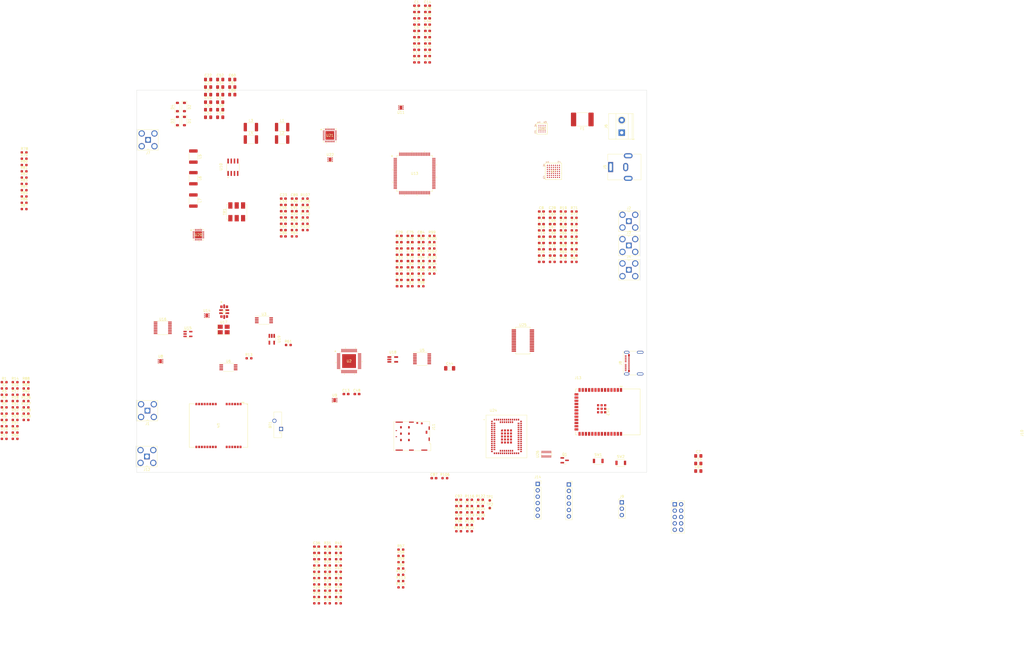
<source format=kicad_pcb>
(kicad_pcb (version 20221018) (generator pcbnew)
  (title_block (title "GPS-Locked RX") (date "2024-04-09") (rev "0"))
  (layers (0 "F.Cu" signal) (1 "In1.Cu" power) (2 "In2.Cu" power) (3 "In3.Cu" power) (4 "In4.Cu" power) (31 "B.Cu" signal) (34 "B.Paste" user) (35 "F.Paste" user) (36 "B.SilkS" user "B.Silkscreen") (37 "F.SilkS" user "F.Silkscreen") (38 "B.Mask" user) (39 "F.Mask" user) (44 "Edge.Cuts" user))
  (net 0 "")
  (net 1 "/Clocks and GPS/VBAT")
  (net 2 "GND")
  (net 3 "+3.3VA")
  (net 4 "+3.3V")
  (net 5 "/Clocks and GPS/TDC_VREG")
  (net 6 "/Power/VIN_FUSED")
  (net 7 "+1V8")
  (net 8 "+1V2")
  (net 9 "/Power/5V5_OUT")
  (net 10 "/Power/3V3A_EN")
  (net 11 "/Power/1V2EN")
  (net 12 "Net-(C22-Pad1)")
  (net 13 "Net-(C22-Pad2)")
  (net 14 "+2V5")
  (net 15 "Net-(C24-Pad1)")
  (net 16 "Net-(C24-Pad2)")
  (net 17 "Net-(C25-Pad1)")
  (net 18 "Net-(C25-Pad2)")
  (net 19 "/Power/2V5EN")
  (net 20 "/DDC FPGA/DDC_VCCA")
  (net 21 "/MCU/MCU_RESET_L")
  (net 22 "/Clocks and GPS/VCC_RF")
  (net 23 "/Clocks and GPS/OPA_FB")
  (net 24 "/Clocks and GPS/EFC")
  (net 25 "/Clocks and GPS/EFC_FILT")
  (net 26 "/Clocks and GPS/DAC_RESET")
  (net 27 "Net-(C49-Pad1)")
  (net 28 "Net-(C50-Pad1)")
  (net 29 "/RF Frontend/LPF_OUT")
  (net 30 "RF_IN")
  (net 31 "/RF Frontend/BAL_P")
  (net 32 "/RF Frontend/LNA_IN_P")
  (net 33 "/RF Frontend/BAL_N")
  (net 34 "/RF Frontend/LNA_IN_N")
  (net 35 "/RF Frontend/ADC_IN_P")
  (net 36 "/RF Frontend/ADC_IN_N")
  (net 37 "/RF Frontend/ADC_VCM")
  (net 38 "/Power/5VA_EN")
  (net 39 "+5VA")
  (net 40 "/Power/3V3_5V5_EN")
  (net 41 "/RF Frontend/REFBUF")
  (net 42 "/RF Frontend/ADC_REFIN")
  (net 43 "/LTE Radio/SIM_VCC")
  (net 44 "Net-(U26-OE)")
  (net 45 "/RF Frontend/ESD_MID_1")
  (net 46 "/RF Frontend/ESD_MID_0")
  (net 47 "/Power/VIN")
  (net 48 "GPS_RF_IN")
  (net 49 "PPS_RAW_OUT")
  (net 50 "PPS_CLEAN_OUT")
  (net 51 "CLK_OUT")
  (net 53 "/MCU/USB_CC1")
  (net 54 "Net-(U12-IO20)")
  (net 55 "Net-(U12-IO19)")
  (net 56 "/MCU/USB_CC2")
  (net 57 "/MCU/TXD0")
  (net 58 "/MCU/RXD0")
  (net 59 "/Signal Connectors/TCK_PIN")
  (net 60 "/Signal Connectors/TDO_PIN")
  (net 61 "/Signal Connectors/TMS_PIN")
  (net 65 "/Signal Connectors/TDI_PIN")
  (net 66 "/LTE Radio/SIM_RST_L")
  (net 67 "/LTE Radio/SIM_CLK")
  (net 69 "/LTE Radio/SIM_IO")
  (net 70 "/LTE Radio/SIM_PRSNT_L")
  (net 71 "LTE_ANT")
  (net 72 "/LTE Radio/LTE_TXD1")
  (net 73 "/LTE Radio/LTE_RXD1")
  (net 74 "/LTE Radio/LTE_CTS1")
  (net 75 "/LTE Radio/LTE_RTS1")
  (net 76 "/LTE Radio/LTE_TXD2")
  (net 77 "/LTE Radio/LTE_RXD2")
  (net 78 "/LTE Radio/LTE_CTS2")
  (net 79 "/LTE Radio/LTE_RTS2")
  (net 80 "/LTE Radio/SIM_PRSNT")
  (net 81 "/Clocks and GPS/LO_CLKEN")
  (net 82 "/Clocks and GPS/CLK_TF_R")
  (net 83 "CLK_TF")
  (net 84 "/Clocks and GPS/CLK_OUT_R")
  (net 85 "/Clocks and GPS/CLK_TDC_R")
  (net 86 "CLK_TDC")
  (net 87 "/Clocks and GPS/CLK_DDC_R")
  (net 88 "CLK_DDC")
  (net 89 "/MCU/MCU_BOOT")
  (net 90 "/Clocks and GPS/D_SEL")
  (net 91 "Net-(U4-VDD_USB)")
  (net 92 "/Clocks and GPS/V_ANT")
  (net 93 "/Clocks and GPS/TIMEPULSE_OUT")
  (net 94 "/Clocks and GPS/TIMEPULSE")
  (net 95 "/Clocks and GPS/PPS_RAW_EN")
  (net 96 "/Power/1V2_RT")
  (net 97 "/Clocks and GPS/RAW_TDC_R")
  (net 98 "PPS_RAW_TDC")
  (net 99 "/Clocks and GPS/RAW_OUT_R")
  (net 100 "/Clocks and GPS/RAW_TF_R")
  (net 101 "PPS_RAW_TF")
  (net 102 "/Clocks and GPS/RAW_UC_R")
  (net 103 "PPS_RAW_UC")
  (net 104 "/Clocks and GPS/TF_MISO_OUT")
  (net 105 "TF_MISO")
  (net 106 "/RF Frontend/LNA_OUT_P")
  (net 107 "Net-(U25-~{RESET})")
  (net 108 "/MCU/SCL_UC")
  (net 109 "SCL_XO")
  (net 110 "/MCU/SDA_UC")
  (net 111 "SDA_XO")
  (net 112 "TDC_MOSI")
  (net 113 "/MCU/SPI_MOSI_UC")
  (net 114 "TDC_SCK")
  (net 115 "/MCU/SPI_SCK_UC")
  (net 116 "TDC_MISO")
  (net 117 "/MCU/SPI_MISO_UC")
  (net 118 "GPS_SCK")
  (net 119 "DDC_MOSI")
  (net 120 "DDC_SCK")
  (net 121 "DDC_MISO")
  (net 122 "GPS_SS")
  (net 123 "Net-(U25-GPA2)")
  (net 124 "TDC_SS")
  (net 125 "Net-(U25-GPA3)")
  (net 126 "GPS_MOSI")
  (net 127 "GPS_MISO")
  (net 128 "TF_MOSI")
  (net 129 "TF_SCK")
  (net 130 "TF_SS")
  (net 131 "Net-(U25-GPA0)")
  (net 132 "DDC_SS")
  (net 133 "Net-(U25-GPA1)")
  (net 134 "SCL_TEMP")
  (net 135 "SDA_TEMP")
  (net 136 "/Clocks and GPS/DAC_COARSE")
  (net 137 "/Clocks and GPS/OPA_FF")
  (net 138 "/Clocks and GPS/DAC_FINE")
  (net 139 "DAC_MOSI")
  (net 140 "DAC_SCK")
  (net 141 "DAC_MISO")
  (net 142 "Net-(U25-GPA4)")
  (net 143 "DAC_SS")
  (net 144 "/Clocks and GPS/PPS_CLEAN_R")
  (net 145 "/RF Frontend/LNA_OUT_N")
  (net 146 "/Power/1V8_SNS")
  (net 147 "/Power/2V5_SNS")
  (net 148 "/Power/5VA_SNS")
  (net 149 "/Power/3V3A_SNS")
  (net 150 "/Power/1V2_FB")
  (net 151 "/Power/3V3_5V5_RT")
  (net 152 "/Power/5V5_FB")
  (net 153 "/Power/3V3_FB")
  (net 154 "TF_TMS")
  (net 155 "DDC_TMS")
  (net 156 "TF_TCK")
  (net 157 "DDC_TCK")
  (net 158 "/Signal Connectors/TDI_TO_TDO_CHAIN")
  (net 159 "TF_TDI")
  (net 160 "TF_TDO")
  (net 161 "DDC_TDI")
  (net 162 "DDC_TDO")
  (net 163 "/Power/1V2_PG")
  (net 164 "Net-(U13B-REF_RES)")
  (net 165 "DDC_CDONE")
  (net 166 "DDC_CRST_L")
  (net 167 "/DDC FPGA/DDC_CBUS2")
  (net 168 "/DDC FPGA/DDC_CBUS1")
  (net 169 "/DDC FPGA/DDC_TEST_N")
  (net 170 "/DDC FPGA/DDC_ROM_CSI")
  (net 171 "/DDC FPGA/DDC_ROM_SS")
  (net 172 "Net-(U20-*P{slash}S)")
  (net 173 "/RF Frontend/TESTPAT_EN")
  (net 174 "/RF Frontend/TWOLANES_EN")
  (net 175 "/RF Frontend/ADC_EN")
  (net 176 "/MCU/IOEXP_SCK_R")
  (net 177 "/MCU/IOEXP_MISO_R")
  (net 178 "/MCU/IOEXP_MOSI_R")
  (net 179 "/LTE Radio/LTE_ANT_R")
  (net 180 "/LTE Radio/FFF_FFH")
  (net 181 "/LTE Radio/LTE_RTS0_1V8")
  (net 182 "/LTE Radio/LTE_RING_L_1V8")
  (net 183 "/Clocks and GPS/SIT_CLKOUT")
  (net 184 "/Clocks and GPS/LO_CLKOUT")
  (net 185 "/Clocks and GPS/XO_CLKOUT")
  (net 186 "Net-(U2-IO_DEV_OE_B5_P)")
  (net 187 "Net-(U2-IO_DEV_CLRN_B5_N)")
  (net 188 "Net-(U20-C0.25)")
  (net 189 "/LTE Radio/LTE_STATUS_LED")
  (net 190 "/LTE Radio/LTE_PS_STATUS")
  (net 191 "Net-(U20-RF2)")
  (net 197 "TF_RESET_L")
  (net 217 "PPS_CLEAN_NEXT")
  (net 218 "UC_PPS_NEXT")
  (net 219 "UC_SLOW_CLOCK")
  (net 220 "UC_CLK")
  (net 221 "UC_STOP_DONE")
  (net 222 "UC_STOP_NEXT")
  (net 223 "/Clocks and GPS/TDC_STOP_NEXT")
  (net 227 "TOS_MARK_DDC")
  (net 245 "GPS_RESET_L")
  (net 254 "TDC_EN")
  (net 256 "/Clocks and GPS/TDC_STOP")
  (net 264 "Net-(U7-OM)")
  (net 269 "/MCU/SPI_IOEXP_SS")
  (net 270 "UC_TO_LTE_RTS")
  (net 271 "LTE_TO_UC_CTS")
  (net 272 "UC_TO_LTE_DATA")
  (net 273 "LTE_TO_UC_DATA")
  (net 274 "LTE_RING_L")
  (net 278 "DDC_I2S_SCK")
  (net 279 "DDC_I2S_WS")
  (net 280 "DDC_I2S_SD")
  (net 298 "ADC_CNV_P")
  (net 299 "ADC_CNV_N")
  (net 300 "ADC_CLK_P")
  (net 301 "ADC_CLK_N")
  (net 306 "ADC_DAT0_P")
  (net 307 "ADC_DAT0_N")
  (net 308 "ADC_DAT1_N")
  (net 309 "ADC_DAT1_P")
  (net 314 "ADC_DCO_P")
  (net 315 "ADC_DCO_N")
  (net 320 "DDC_RESET_L")
  (net 334 "ATT_SCK")
  (net 335 "ATT_SS")
  (net 336 "ATT_MOSI")
  (net 361 "/LTE Radio/LTE_RXD0_1V8")
  (net 362 "/LTE Radio/LTE_CTS0_1V8")
  (net 363 "/LTE Radio/LTE_TXD0_1V8")
  (net 367 "LTE_RESET_L")
  (footprint "Connector_Coaxial:SMA_Amphenol_901-143_Horizontal" (layer "F.Cu") (at 310.388 107.092 -90)
    (fp_text reference "J2")
    (fp_text value "Conn_Coaxial")
    (fp_line (start 4.3 -4.5) (end -4.3 -4.5) (stroke (width 0.1)) (layer "Edge.Cuts"))
  )
  (footprint "Connector_Coaxial:SMA_Amphenol_901-143_Horizontal" (layer "F.Cu") (at 310.388 126.492 -90)
    (fp_text reference "J4")
    (fp_text value "Conn_Coaxial")
    (fp_line (start 4.3 -4.5) (end -4.3 -4.5) (stroke (width 0.1)) (layer "Edge.Cuts"))
  )
  (footprint "Capacitor_SMD:C_0603_1608Metric_Pad1.08x0.95mm_HandSolder" (layer "F.Cu") (at 218.916 133.036)
    (fp_text reference "C74")
    (fp_text value "1u")
  )
  (footprint "Capacitor_SMD:C_0603_1608Metric_Pad1.08x0.95mm_HandSolder" (layer "F.Cu") (at 275.558 115.794)
    (fp_text reference "C20")
    (fp_text value "1u")
  )
  (footprint "Resistor_SMD:R_0603_1608Metric_Pad0.98x0.95mm_HandSolder" (layer "F.Cu") (at 69.4925 102.272)
    (fp_text reference "R87")
    (fp_text value "0")
  )
  (footprint "Capacitor_SMD:C_0805_2012Metric_Pad1.18x1.45mm_HandSolder" (layer "F.Cu") (at 152.4055 53.632)
    (fp_text reference "C61")
    (fp_text value "560p")
  )
  (footprint "Connector_JAE:JAE_SIM_Card_SF72S006" (layer "F.Cu") (at 222.068 191.817 90)
    (fp_text reference "J11")
    (fp_text value "JAE_SIM_Card_SF72S006")
  )
  (footprint "Resistor_SMD:R_0603_1608Metric_Pad0.98x0.95mm_HandSolder" (layer "F.Cu") (at 70.2545 171.286)
    (fp_text reference "R88")
    (fp_text value "10K")
  )
  (footprint "Capacitor_SMD:C_0603_1608Metric_Pad1.08x0.95mm_HandSolder" (layer "F.Cu") (at 185.9995 241.868)
    (fp_text reference "C97")
    (fp_text value "1u")
  )
  (footprint "Capacitor_SMD:C_0603_1608Metric_Pad1.08x0.95mm_HandSolder" (layer "F.Cu") (at 279.908 115.794)
    (fp_text reference "C70")
    (fp_text value "2.2u")
  )
  (footprint "bgelb_footprint:LQFP100_TRION_EFI" (layer "F.Cu") (at 225.028001 88.08085)
    (fp_text reference "U13")
    (fp_text value "T20Q100F3C3")
  )
  (footprint "Resistor_SMD:R_0603_1608Metric_Pad0.98x0.95mm_HandSolder" (layer "F.Cu") (at 159.0725 161.757)
    (fp_text reference "R13")
    (fp_text value "22")
  )
  (footprint "Capacitor_SMD:C_0603_1608Metric_Pad1.08x0.95mm_HandSolder" (layer "F.Cu") (at 223.266 128.016)
    (fp_text reference "C81")
    (fp_text value "1u")
  )
  (footprint "Resistor_SMD:R_0603_1608Metric_Pad0.98x0.95mm_HandSolder" (layer "F.Cu") (at 219.5595 238.028)
    (fp_text reference "R57")
    (fp_text value "22")
  )
  (footprint "Capacitor_SMD:C_0603_1608Metric_Pad1.08x0.95mm_HandSolder" (layer "F.Cu") (at 218.916 120.486)
    (fp_text reference "C32")
    (fp_text value "100n")
  )
  (footprint "Resistor_SMD:R_0603_1608Metric_Pad0.98x0.95mm_HandSolder" (layer "F.Cu") (at 70.2545 186.346)
    (fp_text reference "R129")
    (fp_text value "1K")
  )
  (footprint "Capacitor_SMD:C_0603_1608Metric_Pad1.08x0.95mm_HandSolder" (layer "F.Cu") (at 223.266 133.036)
    (fp_text reference "C83")
    (fp_text value "1u")
  )
  (footprint "TestPoint:TestPoint_Pad_D1.0mm" (layer "F.Cu") (at 254.99 221.484)
    (fp_text reference "TP2")
    (fp_text value "TestPoint")
  )
  (footprint "Capacitor_SMD:C_0603_1608Metric_Pad1.08x0.95mm_HandSolder" (layer "F.Cu") (at 177.1095 100.614)
    (fp_text reference "C90")
    (fp_text value "1u")
  )
  (footprint "Resistor_SMD:R_0603_1608Metric_Pad0.98x0.95mm_HandSolder" (layer "F.Cu") (at 237.0855 209.55)
    (fp_text reference "R106")
    (fp_text value "10K")
  )
  (footprint "Inductor_SMD:L_1812_4532Metric_Pad1.30x3.40mm_HandSolder" (layer "F.Cu") (at 136.906 89.977 -90)
    (fp_text reference "L6")
    (fp_text value "3u")
  )
  (footprint "Resistor_SMD:R_0603_1608Metric_Pad0.98x0.95mm_HandSolder" (layer "F.Cu") (at 185.9995 246.888)
    (fp_text reference "R25")
    (fp_text value "1K")
  )
  (footprint "Package_CSP:LFCSP-6-1EP_2x2mm_P0.65mm_EP1x1.6mm" (layer "F.Cu") (at 191.399499 82.5477)
    (fp_text reference "U22")
    (fp_text value "ADP7118ACPZN")
  )
  (footprint "Capacitor_SMD:C_0603_1608Metric_Pad1.08x0.95mm_HandSolder" (layer "F.Cu") (at 230.1955 21.202)
    (fp_text reference "C14")
    (fp_text value "4.7u")
  )
  (footprint "Capacitor_SMD:C_0603_1608Metric_Pad1.08x0.95mm_HandSolder" (layer "F.Cu") (at 275.558 118.304)
    (fp_text reference "C21")
    (fp_text value "1u")
  )
  (footprint "Resistor_SMD:R_0603_1608Metric_Pad0.98x0.95mm_HandSolder" (layer "F.Cu") (at 251.29 225.694)
    (fp_text reference "R125")
    (fp_text value "100K")
  )
  (footprint "Capacitor_SMD:C_0603_1608Metric_Pad1.08x0.95mm_HandSolder" (layer "F.Cu") (at 242.59 220.674)
    (fp_text reference "C93")
    (fp_text value "1u")
  )
  (footprint "Resistor_SMD:R_0603_1608Metric_Pad0.98x0.95mm_HandSolder" (layer "F.Cu") (at 185.9995 254.418)
    (fp_text reference "R28")
    (fp_text value "5.1K")
  )
  (footprint "Resistor_SMD:R_0603_1608Metric_Pad0.98x0.95mm_HandSolder" (layer "F.Cu") (at 61.5545 186.346)
    (fp_text reference "R8")
    (fp_text value "0")
  )
  (footprint "Resistor_SMD:R_0603_1608Metric_Pad0.98x0.95mm_HandSolder" (layer "F.Cu") (at 61.5545 193.876)
    (fp_text reference "R11")
    (fp_text value "10K")
  )
  (footprint "Capacitor_SMD:C_0603_1608Metric_Pad1.08x0.95mm_HandSolder" (layer "F.Cu") (at 279.908 108.264)
    (fp_text reference "C66")
    (fp_text value "1u")
  )
  (footprint "Resistor_SMD:R_0603_1608Metric_Pad0.98x0.95mm_HandSolder" (layer "F.Cu") (at 190.3495 246.888)
    (fp_text reference "R35")
    (fp_text value "22")
  )
  (footprint "Resistor_SMD:R_0603_1608Metric_Pad0.98x0.95mm_HandSolder" (layer "F.Cu") (at 288.608 118.304)
    (fp_text reference "R77")
    (fp_text value "78.7K")
  )
  (footprint "Resistor_SMD:R_0603_1608Metric_Pad0.98x0.95mm_HandSolder" (layer "F.Cu") (at 219.5595 240.538)
    (fp_text reference "R58")
    (fp_text value "22")
  )
  (footprint "Resistor_SMD:R_0603_1608Metric_Pad0.98x0.95mm_HandSolder" (layer "F.Cu") (at 61.5545 173.796)
    (fp_text reference "R2")
    (fp_text value "0")
  )
  (footprint "Resistor_SMD:R_0603_1608Metric_Pad0.98x0.95mm_HandSolder" (layer "F.Cu") (at 70.2545 178.816)
    (fp_text reference "R126")
    (fp_text value "0")
  )
  (footprint "bgelb_footprint:SMT_M8T-0_UBL" (layer "F.Cu") (at 146.901997 188.560352 -90)
    (fp_text reference "U4")
    (fp_text value "LEA-M8T")
  )
  (footprint "Capacitor_SMD:C_0603_1608Metric_Pad1.08x0.95mm_HandSolder" (layer "F.Cu") (at 177.1095 103.124)
    (fp_text reference "C91")
    (fp_text value "1u")
  )
  (footprint "Resistor_SMD:R_0603_1608Metric_Pad0.98x0.95mm_HandSolder" (layer "F.Cu") (at 181.4595 110.654)
    (fp_text reference "R130")
    (fp_text value "1K")
  )
  (footprint "Button_Switch_SMD:SW_SPST_B3U-1000P" (layer "F.Cu") (at 307.164 203.454)
    (fp_text reference "SW2")
    (fp_text value "SW_Push")
  )
  (footprint "Package_TO_SOT_SMD:SOT-23-5_HandSoldering" (layer "F.Cu") (at 216.3395 162.224)
    (fp_text reference "U18")
    (fp_text value "74AUC1G79")
  )
  (footprint "Connector_PinHeader_2.54mm:PinHeader_2x05_P2.54mm_Vertical" (layer "F.Cu") (at 328.676 219.964)
    (fp_text reference "J10")
    (fp_text value "AVR-JTAG-10")
  )
  (footprint "Capacitor_SMD:C_0805_2012Metric_Pad1.18x1.45mm_HandSolder" (layer "F.Cu") (at 338.0525 200.698)
    (fp_text reference "C7")
    (fp_text value "10u")
  )
  (footprint "Resistor_SMD:R_0603_1608Metric_Pad0.98x0.95mm_HandSolder" (layer "F.Cu") (at 69.4925 99.762)
    (fp_text reference "R86")
    (fp_text value "0")
  )
  (footprint "bgelb_footprint:CQFN10L_5.000X3.200X0.950_SIT" (layer "F.Cu") (at 149.182 143.172)
    (fp_text reference "U1")
    (fp_text value "SIT5156A")
  )
  (footprint "Resistor_SMD:R_0603_1608Metric_Pad0.98x0.95mm_HandSolder" (layer "F.Cu") (at 190.3495 251.908)
    (fp_text reference "R37")
    (fp_text value "22")
  )
  (footprint "Resistor_SMD:R_0603_1608Metric_Pad0.98x0.95mm_HandSolder" (layer "F.Cu") (at 284.258 103.244)
    (fp_text reference "R19")
    (fp_text value "1K")
  )
  (footprint "Package_SON:USON-20_2x4mm_P0.4mm" (layer "F.Cu") (at 277.53 200.014 90)
    (fp_text reference "U26")
    (fp_text value "TXB0108DQSR")
  )
  (footprint "Capacitor_SMD:C_0805_2012Metric_Pad1.18x1.45mm_HandSolder" (layer "F.Cu") (at 147.5955 65.672)
    (fp_text reference "C59")
    (fp_text value "560p")
  )
  (footprint "Resistor_SMD:R_0603_1608Metric_Pad0.98x0.95mm_HandSolder" (layer "F.Cu") (at 65.9045 181.326)
    (fp_text reference "R51")
    (fp_text value "2K")
  )
  (footprint "Resistor_SMD:R_0603_1608Metric_Pad0.98x0.95mm_HandSolder" (layer "F.Cu") (at 185.9995 251.908)
    (fp_text reference "R27")
    (fp_text value "5.1K")
  )
  (footprint "Capacitor_SMD:C_0603_1608Metric_Pad1.08x0.95mm_HandSolder" (layer "F.Cu") (at 218.916 125.506)
    (fp_text reference "C34")
    (fp_text value "1u")
  )
  (footprint "bgelb_footprint:ESP32-S3-WROOM-1_EXP" (layer "F.Cu") (at 302.006 183.134 -90)
    (fp_text reference "U12")
    (fp_text value "ESP32-S3-WROOM-1-N8R2")
  )
  (footprint "Resistor_SMD:R_0603_1608Metric_Pad0.98x0.95mm_HandSolder" (layer "F.Cu") (at 219.5595 245.558)
    (fp_text reference "R60")
    (fp_text value "22")
  )
  (footprint "Resistor_SMD:R_0603_1608Metric_Pad0.98x0.95mm_HandSolder" (layer "F.Cu") (at 246.94 228.204)
    (fp_text reference "R120")
    (fp_text value "10K")
  )
  (footprint "Capacitor_SMD:C_0603_1608Metric_Pad1.08x0.95mm_HandSolder" (layer "F.Cu") (at 172.7595 110.654)
    (fp_text reference "C64")
    (fp_text value "1u")
  )
  (footprint "Resistor_SMD:R_0603_1608Metric_Pad0.98x0.95mm_HandSolder" (layer "F.Cu") (at 246.94 223.184)
    (fp_text reference "R118")
    (fp_text value "4.7K")
  )
  (footprint "Capacitor_SMD:C_0603_1608Metric_Pad1.08x0.95mm_HandSolder" (layer "F.Cu") (at 275.558 103.244)
    (fp_text reference "C8")
    (fp_text value "1u")
  )
  (footprint "Resistor_SMD:R_0603_1608Metric_Pad0.98x0.95mm_HandSolder" (layer "F.Cu") (at 246.94 220.674)
    (fp_text reference "R117")
    (fp_text value "0")
  )
  (footprint "Resistor_SMD:R_0603_1608Metric_Pad0.98x0.95mm_HandSolder" (layer "F.Cu") (at 181.4595 103.124)
    (fp_text reference "R109")
    (fp_text value "10K")
  )
  (footprint "Capacitor_SMD:C_0603_1608Metric_Pad1.08x0.95mm_HandSolder" (layer "F.Cu") (at 218.916 130.526)
    (fp_text reference "C73")
    (fp_text value "1u")
  )
  (footprint "Capacitor_SMD:C_0805_2012Metric_Pad1.18x1.45mm_HandSolder" (layer "F.Cu") (at 142.7855 50.622)
    (fp_text reference "C22")
    (fp_text value "1.1n")
  )
  (footprint "Resistor_SMD:R_0603_1608Metric_Pad0.98x0.95mm_HandSolder" (layer "F.Cu") (at 227.616 130.526)
    (fp_text reference "R97")
    (fp_text value "10K")
  )
  (footprint "Resistor_SMD:R_0603_1608Metric_Pad0.98x0.95mm_HandSolder" (layer "F.Cu") (at 181.4595 98.104)
    (fp_text reference "R107")
    (fp_text value "10K")
  )
  (footprint "Package_SO:TSSOP-14_4.4x5mm_P0.65mm" (layer "F.Cu") (at 228.0235 161.97)
    (fp_text reference "U5")
    (fp_text value "TDC7200")
  )
  (footprint "Fuse:Fuse_2920_7451Metric_Pad2.10x5.45mm_HandSolder" (layer "F.Cu") (at 291.846 66.548 180)
    (fp_text reference "F1")
    (fp_text value "Polyfuse")
  )
  (footprint "Inductor_SMD:L_1812_4532Metric_Pad1.30x3.40mm_HandSolder" (layer "F.Cu") (at 136.906 81.341 -90)
    (fp_text reference "L5")
    (fp_text value "3.6u")
  )
  (footprint "TerminalBlock_Phoenix:TerminalBlock_Phoenix_MKDS-1,5-2_1x02_P5.00mm_Horizontal" (layer "F.Cu") (at 307.562 71.81 90)
    (fp_text reference "J6")
    (fp_text value "Screw_Terminal_01x02")
  )
  (footprint "Diode_SMD:D_SOD-123" (layer "F.Cu") (at 133.35 67.184 -90)
    (fp_text reference "D1")
    (fp_text value "1N4448W" hide)
  )
  (footprint "Resistor_SMD:R_0603_1608Metric_Pad0.98x0.95mm_HandSolder" (layer "F.Cu") (at 185.9995 259.438)
    (fp_text reference "R30")
    (fp_text value "0")
  )
  (footprint "Capacitor_SMD:C_0603_1608Metric_Pad1.08x0.95mm_HandSolder" (layer "F.Cu") (at 227.616 115.466)
    (fp_text reference "C85")
    (fp_text value "100n")
  )
  (footprint "Capacitor_SMD:C_0603_1608Metric_Pad1.08x0.95mm_HandSolder" (layer "F.Cu") (at 275.558 123.324)
    (fp_text reference "C27")
    (fp_text value "1u")
  )
  (footprint "Resistor_SMD:R_0603_1608Metric_Pad0.98x0.95mm_HandSolder" (layer "F.Cu") (at 284.258 120.814)
    (fp_text reference "R69")
    (fp_text value "10.2K")
  )
  (footprint "bgelb_footprint:05-08-1566_ADI" (layer "F.Cu") (at 275.814 70.246)
    (fp_text reference "U23")
    (fp_text value "LTM8074EY-PBF")
  )
  (footprint "Resistor_SMD:R_0603_1608Metric_Pad0.98x0.95mm_HandSolder" (layer "F.Cu") (at 284.258 123.324)
    (fp_text reference "R70")
    (fp_text value "6.34K")
  )
  (footprint "Capacitor_SMD:C_0805_2012Metric_Pad1.18x1.45mm_HandSolder" (layer "F.Cu") (at 147.5955 56.642)
    (fp_text reference "C55")
    (fp_text value "430p")
  )
  (footprint "Capacitor_SMD:C_0603_1608Metric_Pad1.08x0.95mm_HandSolder" (layer "F.Cu") (at 197.7365 176.022)
    (fp_text reference "C13")
    (fp_text value "4.7u")
  )
  (footprint "Resistor_SMD:R_0603_1608Metric_Pad0.98x0.95mm_HandSolder" (layer "F.Cu") (at 61.5545 176.306)
    (fp_text reference "R3")
    (fp_text value "22")
  )
  (footprint "Resistor_SMD:R_0603_1608Metric_Pad0.98x0.95mm_HandSolder" (layer "F.Cu") (at 227.616 125.506)
    (fp_text reference "R95")
    (fp_text value "10K")
  )
  (footprint "Package_CSP:LFCSP-6-1EP_2x2mm_P0.65mm_EP1x1.6mm" (layer "F.Cu") (at 219.5845 61.834 180)
    (fp_text reference "U11")
    (fp_text value "ADP7118ACPZN")
  )
  (footprint "Resistor_SMD:R_0603_1608Metric_Pad0.98x0.95mm_HandSolder" (layer "F.Cu") (at 181.4595 105.634)
    (fp_text reference "R110")
    (fp_text value "1K")
  )
  (footprint "Resistor_SMD:R_0603_1608Metric_Pad0.98x0.95mm_HandSolder" (layer "F.Cu") (at 61.5545 188.856)
    (fp_text reference "R9")
    (fp_text value "10")
  )
  (footprint "Resistor_SMD:R_0603_1608Metric_Pad0.98x0.95mm_HandSolder" (layer "F.Cu") (at 231.966 112.956)
    (fp_text reference "R99")
    (fp_text value "1K")
  )
  (footprint "Resistor_SMD:R_0603_1608Metric_Pad0.98x0.95mm_HandSolder" (layer "F.Cu") (at 231.966 125.506)
    (fp_text reference "R104")
    (fp_text value "10K")
  )
  (footprint "Capacitor_SMD:C_0805_2012Metric_Pad1.18x1.45mm_HandSolder" (layer "F.Cu") (at 147.5955 59.652)
    (fp_text reference "C57")
    (fp_text value "300p")
  )
  (footprint "Resistor_SMD:R_0603_1608Metric_Pad0.98x0.95mm_HandSolder" (layer "F.Cu") (at 69.4925 97.252)
    (fp_text reference "R85")
    (fp_text value "0")
  )
  (footprint "Resistor_SMD:R_0603_1608Metric_Pad0.98x0.95mm_HandSolder" (layer "F.Cu") (at 284.258 108.264)
    (fp_text reference "R22")
    (fp_text value "1K")
  )
  (footprint "Resistor_SMD:R_0603_1608Metric_Pad0.98x0.95mm_HandSolder" (layer "F.Cu") (at 251.29 223.184)
    (fp_text reference "R124")
    (fp_text value "100K")
  )
  (footprint "Capacitor_SMD:C_0805_2012Metric_Pad1.18x1.45mm_HandSolder" (layer "F.Cu") (at 142.7855 56.642)
    (fp_text reference "C25")
    (fp_text value "820p")
  )
  (footprint "bgelb_footprint:EQFP64_A-1P20_D2-4P5_INT" (layer "F.Cu") (at 198.9375 162.8717)
    (fp_text reference "U2")
    (fp_text value "5M160ZE64")
  )
  (footprint "Resistor_SMD:R_0603_1608Metric_Pad0.98x0.95mm_HandSolder" (layer "F.Cu") (at 219.5595 248.068)
    (fp_text reference "R112")
    (fp_text value "22")
  )
  (footprint "Capacitor_SMD:C_0603_1608Metric_Pad1.08x0.95mm_HandSolder" (layer "F.Cu") (at 185.9995 239.358)
    (fp_text reference "C37")
    (fp_text value "1u")
  )
  (footprint "bgelb_footprint:UH_32_ADI" (layer "F.Cu") (at 191.262 72.898)
    (fp_text reference "U21")
    (fp_text value "LTC2386CUH-16-PBF")
  )
  (footprint "Resistor_SMD:R_0603_1608Metric_Pad0.98x0.95mm_HandSolder" (layer "F.Cu") (at 194.6995 259.438)
    (fp_text reference "R50")
    (fp_text value "0")
  )
  (footprint "Resistor_SMD:R_0603_1608Metric_Pad0.98x0.95mm_HandSolder" (layer "F.Cu") (at 288.608 123.324)
    (fp_text reference "R92")
    (fp_text value "0")
  )
  (footprint "Resistor_SMD:R_0603_1608Metric_Pad0.98x0.95mm_HandSolder" (layer "F.Cu") (at 231.966 115.466)
    (fp_text reference "R100")
    (fp_text value "10K")
  )
  (footprint "Resistor_SMD:R_0603_1608Metric_Pad0.98x0.95mm_HandSolder" (layer "F.Cu") (at 174.752 156.464)
    (fp_text reference "R61")
    (fp_text value "22")
  )
  (footprint "Capacitor_SMD:C_0603_1608Metric_Pad1.08x0.95mm_HandSolder" (layer "F.Cu") (at 172.7595 103.124)
    (fp_text reference "C56")
    (fp_text value "1u")
  )
  (footprint "Connector_BarrelJack:BarrelJack_CUI_PJ-063AH_Horizontal" (layer "F.Cu") (at 303.134 85.526 90)
    (fp_text reference "J5")
    (fp_text value "Conn_Coaxial_Power")
  )
  (footprint "Diode_SMD:D_SOD-123" (layer "F.Cu") (at 130.556 67.184 90)
    (fp_text reference "D3")
    (fp_text value "1N4448W" hide)
  )
  (footprint "Resistor_SMD:R_0603_1608Metric_Pad0.98x0.95mm_HandSolder" (layer "F.Cu") (at 185.9995 244.378)
    (fp_text reference "R6")
    (fp_text value "10K")
  )
  (footprint "Resistor_SMD:R_0603_1608Metric_Pad0.98x0.95mm_HandSolder" (layer "F.Cu") (at 177.1095 108.144)
    (fp_text reference "R62")
    (fp_text value "49.9")
  )
  (footprint "Capacitor_SMD:C_0603_1608Metric_Pad1.08x0.95mm_HandSolder" (layer "F.Cu") (at 172.7595 113.164)
    (fp_text reference "C86")
    (fp_text value "1u")
  )
  (footprint "Capacitor_SMD:C_0603_1608Metric_Pad1.08x0.95mm_HandSolder" (layer "F.Cu") (at 223.266 120.486)
    (fp_text reference "C78")
    (fp_text value "1u")
  )
  (footprint "Resistor_SMD:R_0603_1608Metric_Pad0.98x0.95mm_HandSolder" (layer "F.Cu") (at 231.966 120.486)
    (fp_text reference "R102")
    (fp_text value "10K")
  )
  (footprint "Capacitor_SMD:C_0603_1608Metric_Pad1.08x0.95mm_HandSolder" (layer "F.Cu") (at 218.916 115.466)
    (fp_text reference "C30")
    (fp_text value "1u")
  )
  (footprint "Package_SON:WSON-6-1EP_2x2mm_P0.65mm_EP1x1.6mm" (layer "F.Cu") (at 142.24 144.696)
    (fp_text reference "U14")
    (fp_text value "TMP117xxDRV")
  )
  (footprint "Resistor_SMD:R_0603_1608Metric_Pad0.98x0.95mm_HandSolder" (layer "F.Cu") (at 70.2545 181.326)
    (fp_text reference "R127")
    (fp_text value "0")
  )
  (footprint "Connector_USB:USB_C_Receptacle_Molex_105450-0101" (layer "F.Cu") (at 312.346 163.69 90)
    (fp_text reference "J8")
    (fp_text value "USB_C_Receptacle_USB2.0_14P")
  )
  (footprint "Resistor_SMD:R_0603_1608Metric_Pad0.98x0.95mm_HandSolder" (layer "F.Cu") (at 279.908 123.324)
    (fp_text reference "R12")
    (fp_text value "40.2K")
  )
  (footprint "Capacitor_SMD:C_0603_1608Metric_Pad1.08x0.95mm_HandSolder" (layer "F.Cu") (at 230.1955 31.242)
    (fp_text reference "C41")
    (fp_text value "4.7u")
  )
  (footprint "Capacitor_SMD:C_0603_1608Metric_Pad1.08x0.95mm_HandSolder" (layer "F.Cu") (at 275.558 113.284)
    (fp_text reference "C19")
    (fp_text value "1u")
  )
  (footprint "Resistor_SMD:R_0603_1608Metric_Pad0.98x0.95mm_HandSolder" (layer "F.Cu") (at 194.6995 239.358)
    (fp_text reference "R42")
    (fp_text value "22")
  )
  (footprint "Resistor_SMD:R_0603_1608Metric_Pad0.98x0.95mm_HandSolder" (layer "F.Cu") (at 65.9045 178.816)
    (fp_text reference "R18")
    (fp_text value "0")
  )
  (footprint "Resistor_SMD:R_0603_1608Metric_Pad0.98x0.95mm_HandSolder" (layer "F.Cu") (at 246.94 218.164)
    (fp_text reference "R116")
    (fp_text value "0")
  )
  (footprint "Capacitor_SMD:C_0603_1608Metric_Pad1.08x0.95mm_HandSolder" (layer "F.Cu") (at 177.1095 98.104)
    (fp_text reference "C89")
    (fp_text value "100n")
  )
  (footprint "Resistor_SMD:R_0603_1608Metric_Pad0.98x0.95mm_HandSolder" (layer "F.Cu") (at 227.616 117.976)
    (fp_text reference "R24")
    (fp_text value "100")
  )
  (footprint "Resistor_SMD:R_0603_1608Metric_Pad0.98x0.95mm_HandSolder" (layer "F.Cu") (at 69.4925 84.702)
    (fp_text reference "R80")
    (fp_text value "0")
  )
  (footprint "Capacitor_SMD:C_0603_1608Metric_Pad1.08x0.95mm_HandSolder" (layer "F.Cu") (at 242.59 223.184)
    (fp_text reference "C94")
    (fp_text value "1u")
  )
  (footprint "Resistor_SMD:R_0603_1608Metric_Pad0.98x0.95mm_HandSolder" (layer "F.Cu") (at 219.5595 250.578)
    (fp_text reference "R113")
    (fp_text value "22")
  )
  (footprint "Capacitor_SMD:C_0603_1608Metric_Pad1.08x0.95mm_HandSolder" (layer "F.Cu") (at 230.1955 33.752)
    (fp_text reference "C42")
    (fp_text value "1u")
  )
  (footprint "RF_Mini-Circuits:Mini-Circuits_CD637_H5.23mm" (layer "F.Cu") (at 154.178 103.378 90)
    (fp_text reference "TR1")
    (fp_text value "ADT4-6")
  )
  (footprint "Resistor_SMD:R_0603_1608Metric_Pad0.98x0.95mm_HandSolder" (layer "F.Cu") (at 177.1095 110.654)
    (fp_text reference "R63")
    (fp_text value "49.9")
  )
  (footprint "Resistor_SMD:R_0603_1608Metric_Pad0.98x0.95mm_HandSolder" (layer "F.Cu") (at 288.608 108.264)
    (fp_text reference "R73")
    (fp_text value "10K")
  )
  (footprint "Resistor_SMD:R_0603_1608Metric_Pad0.98x0.95mm_HandSolder" (layer "F.Cu") (at 288.608 115.794)
    (fp_text reference "R76")
    (fp_text value "43.2K")
  )
  (footprint "Resistor_SMD:R_0603_1608Metric_Pad0.98x0.95mm_HandSolder" (layer "F.Cu") (at 288.608 105.754)
    (fp_text reference "R72")
    (fp_text value "17.8K")
  )
  (footprint "Capacitor_SMD:C_0805_2012Metric_Pad1.18x1.45mm_HandSolder" (layer "F.Cu") (at 147.5955 53.632)
    (fp_text reference "C54")
    (fp_text value "91p")
  )
  (footprint "Resistor_SMD:R_0603_1608Metric_Pad0.98x0.95mm_HandSolder" (layer "F.Cu") (at 190.3495 256.928)
    (fp_text reference "R39")
    (fp_text value "22")
  )
  (footprint "Capacitor_SMD:C_0603_1608Metric_Pad1.08x0.95mm_HandSolder" (layer "F.Cu") (at 279.908 113.284)
    (fp_text reference "C68")
    (fp_text value "2.2u")
  )
  (footprint "Resistor_SMD:R_0603_1608Metric_Pad0.98x0.95mm_HandSolder" (layer "F.Cu") (at 288.608 113.284)
    (fp_text reference "R75")
    (fp_text value "9.09K")
  )
  (footprint "Capacitor_SMD:C_0805_2012Metric_Pad1.18x1.45mm_HandSolder" (layer "F.Cu") (at 338.0525 206.718)
    (fp_text reference "C69")
    (fp_text value "10u")
  )
  (footprint "Capacitor_SMD:C_0603_1608Metric_Pad1.08x0.95mm_HandSolder" (layer "F.Cu") (at 225.8455 38.772)
    (fp_text reference "C10")
    (fp_text value "4.7u")
  )
  (footprint "Capacitor_SMD:C_0603_1608Metric_Pad1.08x0.95mm_HandSolder" (layer "F.Cu") (at 225.8455 26.222)
    (fp_text reference "C3")
    (fp_text value "1u")
  )
  (footprint "Resistor_SMD:R_0603_1608Metric_Pad0.98x0.95mm_HandSolder" (layer "F.Cu") (at 65.9045 188.856)
    (fp_text reference "R54")
    (fp_text value "100K")
  )
  (footprint "Capacitor_SMD:C_0603_1608Metric_Pad1.08x0.95mm_HandSolder" (layer "F.Cu") (at 242.59 228.204)
    (fp_text reference "C96")
    (fp_text value "1u")
  )
  (footprint "Resistor_SMD:R_0603_1608Metric_Pad0.98x0.95mm_HandSolder" (layer "F.Cu") (at 69.4925 92.232)
    (fp_text reference "R83")
    (fp_text value "0")
  )
  (footprint "Resistor_SMD:R_0603_1608Metric_Pad0.98x0.95mm_HandSolder" (layer "F.Cu") (at 251.29 218.164)
    (fp_text reference "R122")
    (fp_text value "10K")
  )
  (footprint "Capacitor_SMD:C_0603_1608Metric_Pad1.08x0.95mm_HandSolder" (layer "F.Cu") (at 223.266 130.526)
    (fp_text reference "C82")
    (fp_text value "1u")
  )
  (footprint "Capacitor_SMD:C_0603_1608Metric_Pad1.08x0.95mm_HandSolder" (layer "F.Cu") (at 275.558 120.814)
    (fp_text reference "C26")
    (fp_text value "1u")
  )
  (footprint "Inductor_SMD:L_1812_4532Metric_Pad1.30x3.40mm_HandSolder" (layer "F.Cu") (at 159.827 74.546)
    (fp_text reference "L4")
    (fp_text value "3.3u")
  )
  (footprint "Capacitor_SMD:C_0603_1608Metric_Pad1.08x0.95mm_HandSolder" (layer "F.Cu") (at 225.8455 28.732)
    (fp_text reference "C4")
    (fp_text value "1u")
  )
  (footprint "Resistor_SMD:R_0603_1608Metric_Pad0.98x0.95mm_HandSolder" (layer "F.Cu") (at 65.9045 176.306)
    (fp_text reference "R17")
    (fp_text value "22")
  )
  (footprint "Resistor_SMD:R_0603_1608Metric_Pad0.98x0.95mm_HandSolder" (layer "F.Cu") (at 194.6995 241.868)
    (fp_text reference "R43")
    (fp_text value "22")
  )
  (footprint "Resistor_SMD:R_0603_1608Metric_Pad0.98x0.95mm_HandSolder" (layer "F.Cu") (at 246.94 225.694)
    (fp_text reference "R119")
    (fp_text value "10K")
  )
  (footprint "Connector_PinHeader_2.54mm:PinHeader_1x03_P2.54mm_Vertical" (layer "F.Cu") (at 307.594 219.202)
    (fp_text reference "J9")
    (fp_text value "Conn_01x03")
  )
  (footprint "Resistor_SMD:R_0603_1608Metric_Pad0.98x0.95mm_HandSolder" (layer "F.Cu") (at 185.9995 249.398)
    (fp_text reference "R26")
    (fp_text value "1K")
  )
  (footprint "Capacitor_SMD:C_0805_2012Metric_Pad1.18x1.45mm_HandSolder" (layer "F.Cu") (at 147.5955 62.662)
    (fp_text reference "C58")
    (fp_text value "180p")
  )
  (footprint "Capacitor_SMD:C_0603_1608Metric_Pad1.08x0.95mm_HandSolder" (layer "F.Cu") (at 275.558 108.264)
    (fp_text reference "C17")
    (fp_text value "1u")
  )
  (footprint "Resistor_SMD:R_0603_1608Metric_Pad0.98x0.95mm_HandSolder" (layer "F.Cu") (at 284.258 110.774)
    (fp_text reference "R65")
    (fp_text value "1K")
  )
  (footprint "Resistor_SMD:R_0603_1608Metric_Pad0.98x0.95mm_HandSolder" (layer "F.Cu") (at 190.3495 254.418)
    (fp_text reference "R38")
    (fp_text value "22")
  )
  (footprint "Capacitor_SMD:C_0603_1608Metric_Pad1.08x0.95mm_HandSolder" (layer "F.Cu") (at 225.8455 33.752)
    (fp_text reference "C6")
    (fp_text value "1u")
  )
  (footprint "Capacitor_SMD:C_0603_1608Metric_Pad1.08x0.95mm_HandSolder" (layer "F.Cu") (at 172.7595 98.104)
    (fp_text reference "C23")
    (fp_text value "1u")
  )
  (footprint "Resistor_SMD:R_0603_1608Metric_Pad0.98x0.95mm_HandSolder" (layer "F.Cu") (at 190.3495 244.378)
    (fp_text reference "R34")
    (fp_text value "22")
  )
  (footprint "bgelb_footprint:QFN24_4X4_PSM" (layer "F.Cu") (at 138.938 112.522)
    (fp_text reference "U20")
    (fp_text value "PE43711B-Z")
  )
  (footprint "Resistor_SMD:R_0603_1608Metric_Pad0.98x0.95mm_HandSolder" (layer "F.Cu") (at 69.4925 89.722)
    (fp_text reference "R82")
    (fp_text value "0")
  )
  (footprint "Capacitor_SMD:C_0603_1608Metric_Pad1.08x0.95mm_HandSolder" (layer "F.Cu") (at 202.0865 176.022)
    (fp_text reference "C48")
    (fp_text value "1u")
  )
  (footprint "Capacitor_SMD:C_0603_1608Metric_Pad1.08x0.95mm_HandSolder" (layer "F.Cu") (at 218.916 122.996)
    (fp_text reference "C33")
    (fp_text value "4.7u")
  )
  (footprint "Resistor_SMD:R_0603_1608Metric_Pad0.98x0.95mm_HandSolder" (layer "F.Cu") (at 219.5595 253.088)
    (fp_text reference "R114")
    (fp_text value "22")
  )
  (footprint "Resistor_SMD:R_0603_1608Metric_Pad0.98x0.95mm_HandSolder" (layer "F.Cu") (at 288.608 110.774)
    (fp_text reference "R74")
    (fp_text value "453K")
  )
  (footprint "Package_SO:TSSOP-16_4.4x5mm_P0.65mm" (layer "F.Cu") (at 124.714 149.606)
    (fp_text reference "U16")
    (fp_text value "AD5689RxRUZ")
  )
  (footprint "Package_TO_SOT_SMD:SOT-23-5" (layer "F.Cu") (at 134.7415 152.08)
    (fp_text reference "U15")
    (fp_text value "OPA376xxDBV")
  )
  (footprint "Resistor_SMD:R_0603_1608Metric_Pad0.98x0.95mm_HandSolder" (layer "F.Cu") (at 284.258 118.304)
    (fp_text reference "R68")
    (fp_text value "2.55K")
  )
  (footprint "Resistor_SMD:R_0603_1608Metric_Pad0.98x0.95mm_HandSolder" (layer "F.Cu") (at 190.3495 236.848)
    (fp_text reference "R31")
    (fp_text value "4.7K")
  )
  (footprint "Resistor_SMD:R_0603_1608Metric_Pad0.98x0.95mm_HandSolder" (layer "F.Cu") (at 70.2545 176.306)
    (fp_text reference "R90")
    (fp_text value "1K")
  )
  (footprint "Connector_Coaxial:SMA_Amphenol_901-143_Horizontal" (layer "F.Cu") (at 118.618 182.626 90)
    (fp_text reference "J1")
    (fp_text value "Conn_Coaxial")
    (fp_line (start 4.3 -4.5) (end -4.3 -4.5) (stroke (width 0.1)) (layer "Edge.Cuts"))
  )
  (footprint "Capacitor_SMD:C_0603_1608Metric_Pad1.08x0.95mm_HandSolder" (layer "F.Cu") (at 225.8455 23.712)
    (fp_text reference "C2")
    (fp_text value "1u")
  )
  (footprint "Resistor_SMD:R_0603_1608Metric_Pad0.98x0.95mm_HandSolder" (layer "F.Cu") (at 70.2545 183.836)
    (fp_text reference "R128")
    (fp_text value "1K")
  )
  (footprint "Resistor_SMD:R_0603_1608Metric_Pad0.98x0.95mm_HandSolder" (layer "F.Cu") (at 65.9045 173.796)
    (fp_text reference "R16")
    (fp_text value "0")
  )
  (footprint "Capacitor_SMD:C_0603_1608Metric_Pad1.08x0.95mm_HandSolder" (layer "F.Cu") (at 223.266 122.996)
    (fp_text reference "C79")
    (fp_text value "1u")
  )
  (footprint "Capacitor_SMD:C_0603_1608Metric_Pad1.08x0.95mm_HandSolder" (layer "F.Cu") (at 218.916 112.956)
    (fp_text reference "C29")
    (fp_text value "1u")
  )
  (footprint "Resistor_SMD:R_0603_1608Metric_Pad0.98x0.95mm_HandSolder" (layer "F.Cu") (at 61.5545 178.816)
    (fp_text reference "R4")
    (fp_text value "22")
  )
  (footprint "Capacitor_SMD:C_1206_3216Metric_Pad1.33x1.80mm_HandSolder" (layer "F.Cu") (at 239.0085 165.758)
    (fp_text reference "C44")
    (fp_text value "100u")
  )
  (footprint "Connector_PinSocket_2.54mm:PinSocket_1x06_P2.54mm_Vertical" (layer "F.Cu") (at 274.091 211.861)
    (fp_text reference "J14")
    (fp_text value "Conn_01x06")
  )
  (footprint "Capacitor_SMD:C_0603_1608Metric_Pad1.08x0.95mm_HandSolder" (layer "F.Cu") (at 225.8455 36.262)
    (fp_text reference "C9")
    (fp_text value "4.7u")
  )
  (footprint "Capacitor_SMD:C_0603_1608Metric_Pad1.08x0.95mm_HandSolder" (layer "F.Cu") (at 230.1955 41.282)
    (fp_text reference "C46")
    (fp_text value "1u")
  )
  (footprint "Capacitor_SMD:C_0603_1608Metric_Pad1.08x0.95mm_HandSolder" (layer "F.Cu") (at 230.1955 26.222)
    (fp_text reference "C39")
    (fp_text value "1u")
  )
  (footprint "bgelb_footprint:XCVR_MONARCH_2_GM02S" (layer "F.Cu") (at 261.642 192.926)
    (fp_text reference "U24")
    (fp_text value "MONARCH_2_GM02S")
  )
  (footprint "Resistor_SMD:R_0603_1608Metric_Pad0.98x0.95mm_HandSolder" (layer "F.Cu") (at 65.9045 186.346)
    (fp_text reference "R53")
    (fp_text value "100K")
  )
  (footprint "Capacitor_SMD:C_0603_1608Metric_Pad1.08x0.95mm_HandSolder" (layer "F.Cu") (at 225.8455 31.242)
    (fp_text reference "C5")
    (fp_text value "1u")
  )
  (footprint "Diode_SMD:D_SOD-123" (layer "F.Cu") (at 130.556 61.596 90)
    (fp_text reference "D4")
    (fp_text value "1N4448W" hide)
  )
  (footprint "Capacitor_SMD:C_0603_1608Metric_Pad1.08x0.95mm_HandSolder" (layer "F.Cu") (at 275.558 110.774)
    (fp_text reference "C18")
    (fp_text value "2.2u")
  )
  (footprint "Connector_PinSocket_2.54mm:PinSocket_1x06_P2.54mm_Vertical" (layer "F.Cu") (at 286.512 212.09)
    (fp_text reference "J13")
    (fp_text value "Conn_01x06")
  )
  (footprint "Resistor_SMD:R_0603_1608Metric_Pad0.98x0.95mm_HandSolder" (layer "F.Cu") (at 194.6995 256.928)
    (fp_text reference "R49")
    (fp_text value "0")
  )
  (footprint "Connector_Coaxial:SMA_Amphenol_901-143_Horizontal" (layer "F.Cu") (at 310.388 116.792 -90)
    (fp_text reference "J3")
    (fp_text value "Conn_Coaxial")
    (fp_line (start 4.3 -4.5) (end -4.3 -4.5) (stroke (width 0.1)) (layer "Edge.Cuts"))
  )
  (footprint "TestPoint:TestPoint_Pad_D1.0mm" (layer "F.Cu") (at 254.99 218.434)
    (fp_text reference "TP1")
    (fp_text value "TestPoint")
  )
  (footprint "Resistor_SMD:R_0603_1608Metric_Pad0.98x0.95mm_HandSolder" (layer "F.Cu") (at 231.966 122.996)
    (fp_text reference "R103")
    (fp_text value "10K")
  )
  (footprint "Resistor_SMD:R_0603_1608Metric_Pad0.98x0.95mm_HandSolder" (layer "F.Cu") (at 65.9045 191.366)
    (fp_text reference "R55")
    (fp_text value "1K")
  )
  (footprint "Capacitor_SMD:C_0603_1608Metric_Pad1.08x0.95mm_HandSolder" (layer "F.Cu") (at 279.908 105.754)
    (fp_text reference "C65")
    (fp_text value "1u")
  )
  (footprint "Resistor_SMD:R_0603_1608Metric_Pad0.98x0.95mm_HandSolder" (layer "F.Cu") (at 61.5545 181.326)
    (fp_text reference "R5")
    (fp_text value "0")
  )
  (footprint "Resistor_SMD:R_0603_1608Metric_Pad0.98x0.95mm_HandSolder" (layer "F.Cu") (at 227.616 128.016)
    (fp_text reference "R96")
    (fp_text value "10K")
  )
  (footprint "Capacitor_SMD:C_0603_1608Metric_Pad1.08x0.95mm_HandSolder" (layer "F.Cu") (at 225.8455 43.792)
    (fp_text reference "C12")
    (fp_text value "4.7u")
  )
  (footprint "Capacitor_SMD:C_0603_1608Metric_Pad1.08x0.95mm_HandSolder" (layer "F.Cu") (at 225.8455 21.202)
    (fp_text reference "C1")
    (fp_text value "1u")
  )
  (footprint "Capacitor_SMD:C_0603_1608Metric_Pad1.08x0.95mm_HandSolder" (layer "F.Cu") (at 172.7595 108.144)
    (fp_text reference "C63")
    (fp_text value "1u")
  )
  (footprint "Capacitor_SMD:C_0603_1608Metric_Pad1.08x0.95mm_HandSolder" (layer "F.Cu") (at 230.1955 43.792)
    (fp_text reference "C47")
    (fp_text value "1u")
  )
  (footprint "Inductor_SMD:L_1812_4532Metric_Pad1.30x3.40mm_HandSolder" (layer "F.Cu") (at 172.273 74.546)
    (fp_text reference "L2")
    (fp_text value "2.4u")
  )
  (footprint "Inductor_SMD:L_1812_4532Metric_Pad1.30x3.40mm_HandSolder" (layer "F.Cu") (at 172.273 69.596)
    (fp_text reference "L1")
    (fp_text value "2.4u")
  )
  (footprint "Resistor_SMD:R_0603_1608Metric_Pad0.98x0.95mm_HandSolder" (layer "F.Cu") (at 190.3495 239.358)
    (fp_text reference "R32")
    (fp_text value "4.7K")
  )
  (footprint "Battery:Battery_Panasonic_CR1025-VSK_Vertical_CircularHoles" (layer "F.Cu") (at 171.848997 189.931352 90)
    (fp_text reference "BT1")
    (fp_text value "Battery_Cell")
  )
  (footprint "Resistor_SMD:R_0603_1608Metric_Pad0.98x0.95mm_HandSolder" (layer "F.Cu") (at 284.258 115.794)
    (fp_text reference "R67")
    (fp_text value "20.0K")
  )
  (footprint "Resistor_SMD:R_0603_1608Metric_Pad0.98x0.95mm_HandSolder" (layer "F.Cu") (at 190.3495 249.398)
    (fp_text reference "R36")
    (fp_text value "22")
  )
  (footprint "Resistor_SMD:R_0603_1608Metric_Pad0.98x0.95mm_HandSolder" (layer "F.Cu") (at 194.6995 236.848)
    (fp_text reference "R41")
    (fp_text value "22")
  )
  (footprint "Package_SO:TSSOP-8_4.4x3mm_P0.65mm" (layer "F.Cu") (at 150.876 165.354)
    (fp_text reference "U6")
    (fp_text value "LMK1C1104")
  )
  (footprint "Capacitor_SMD:C_0603_1608Metric_Pad1.08x0.95mm_HandSolder" (layer "F.Cu") (at 218.916 117.976)
    (fp_text reference "C31")
    (fp_text value "1u")
  )
  (footprint "Capacitor_SMD:C_0805_2012Metric_Pad1.18x1.45mm_HandSolder" (layer "F.Cu") (at 142.7855 65.672)
    (fp_text reference "C51")
    (fp_text value "1n")
  )
  (footprint "Capacitor_SMD:C_0603_1608Metric_Pad1.08x0.95mm_HandSolder" (layer "F.Cu") (at 185.9995 236.848)
    (fp_text reference "C36")
    (fp_text value "4.7u")
  )
  (footprint "Resistor_SMD:R_0603_1608Metric_Pad0.98x0.95mm_HandSolder" (layer "F.Cu") (at 65.9045 183.836)
    (fp_text reference "R52")
    (fp_text value "2K")
  )
  (footprint "Inductor_SMD:L_1812_4532Metric_Pad1.30x3.40mm_HandSolder" (layer "F.Cu") (at 159.827 69.596)
    (fp_text reference "L3")
    (fp_text value "3.3u")
  )
  (footprint "Capacitor_SMD:C_0603_1608Metric_Pad1.08x0.95mm_HandSolder" (layer "F.Cu") (at 230.1955 23.712)
    (fp_text reference "C38")
    (fp_text value "10n")
  )
  (footprint "bgelb_footprint:LTM8078IY-PBF_ADI" (layer "F.Cu") (at 280.34 87.2363)
    (fp_text reference "U7")
    (fp_text value "LTM8078EY-PBF")
  )
  (footprint "Resistor_SMD:R_0603_1608Metric_Pad0.98x0.95mm_HandSolder" (layer "F.Cu") (at 194.6995 244.378)
    (fp_text reference "R44")
    (fp_text value "22")
  )
  (footprint "Resistor_SMD:R_0603_1608Metric_Pad0.98x0.95mm_HandSolder" (layer "F.Cu") (at 69.4925 87.212)
    (fp_text reference "R81")
    (fp_text value "0")
  )
  (footprint "Capacitor_SMD:C_0805_2012Metric_Pad1.18x1.45mm_HandSolder" (layer "F.Cu") (at 142.7855 53.632)
    (fp_text reference "C24")
    (fp_text value "1.6n")
  )
  (footprint "Resistor_SMD:R_0603_1608Metric_Pad0.98x0.95mm_HandSolder" (layer "F.Cu") (at 185.9995 256.928)
    (fp_text reference "R29")
    (fp_text value "0")
  )
  (footprint "Resistor_SMD:R_0603_1608Metric_Pad0.98x0.95mm_HandSolder" (layer "F.Cu") (at 227.616 133.036)
    (fp_text reference "R98")
    (fp_text value "10K")
  )
  (footprint "Resistor_SMD:R_0603_1608Metric_Pad0.98x0.95mm_HandSolder" (layer "F.Cu") (at 288.608 103.244)
    (fp_text reference "R71")
    (fp_text value "2.0K")
  )
  (footprint "Resistor_SMD:R_0603_1608Metric_Pad0.98x0.95mm_HandSolder" (layer "F.Cu") (at 251.29 220.674)
    (fp_text reference "R123")
    (fp_text value "100K")
  )
  (footprint "Capacitor_SMD:C_0603_1608Metric_Pad1.08x0.95mm_HandSolder" (layer "F.Cu") (at 242.59 218.164)
    (fp_text reference "C92")
    (fp_text value "1u")
  )
  (footprint "Capacitor_SMD:C_0805_2012Metric_Pad1.18x1.45mm_HandSolder" (layer "F.Cu") (at 147.5955 50.622)
    (fp_text reference "C52")
    (fp_text value "1.2n")
  )
  (footprint "Resistor_SMD:R_0603_1608Metric_Pad0.98x0.95mm_HandSolder" (layer "F.Cu") (at 194.6995 249.398)
    (fp_text reference "R46")
    (fp_text value "22")
  )
  (footprint "Capacitor_SMD:C_0603_1608Metric_Pad1.08x0.95mm_HandSolder" (layer "F.Cu") (at 172.7595 100.614)
    (fp_text reference "C53")
    (fp_text value "1u")
  )
  (footprint "Resistor_SMD:R_0603_1608Metric_Pad0.98x0.95mm_HandSolder" (layer "F.Cu") (at 284.258 105.754)
    (fp_text reference "R21")
    (fp_text value "2K")
  )
  (footprint "Capacitor_SMD:C_0603_1608Metric_Pad1.08x0.95mm_HandSolder" (layer "F.Cu") (at 242.59 225.694)
    (fp_text reference "C95")
    (fp_text value "1u")
  )
  (footprint "Connector_Coaxial:SMA_Amphenol_901-143_Horizontal" (layer "F.Cu") (at 118.404 200.914 90)
    (fp_text reference "J12")
    (fp_text value "Conn_Coaxial")
    (fp_line (start 4.3 -4.5) (end -4.3 -4.5) (stroke (width 0.1)) (layer "Edge.Cuts"))
  )
  (footprint "Resistor_SMD:R_0603_1608Metric_Pad0.98x0.95mm_HandSolder" (layer "F.Cu") (at 70.2545 173.796)
    (fp_text reference "R89")
    (fp_text value "10K")
  )
  (footprint "Capacitor_SMD:C_0603_1608Metric_Pad1.08x0.95mm_HandSolder" (layer "F.Cu") (at 223.266 112.956)
    (fp_text reference "C75")
    (fp_text value "1u")
  )
  (footprint "Capacitor_SMD:C_0603_1608Metric_Pad1.08x0.95mm_HandSolder" (layer "F.Cu") (at 279.908 118.304)
    (fp_text reference "C71")
    (fp_text value "1u")
  )
  (footprint "Resistor_SMD:R_0603_1608Metric_Pad0.98x0.95mm_HandSolder" (layer "F.Cu") (at 227.616 120.486)
    (fp_text reference "R93")
    (fp_text value "12.0K")
  )
  (footprint "Resistor_SMD:R_0603_1608Metric_Pad0.98x0.95mm_HandSolder" (layer "F.Cu") (at 69.4925 94.742)
    (fp_text reference "R84")
    (fp_text value "0")
  )
  (footprint "Resistor_SMD:R_0603_1608Metric_Pad0.98x0.95mm_HandSolder" (layer "F.Cu") (at 190.3495 241.868)
    (fp_text reference "R33")
    (fp_text value "22")
  )
  (footprint "Capacitor_SMD:C_0603_1608Metric_Pad1.08x0.95mm_HandSolder" (layer "F.Cu") (at 223.266 115.466)
    (fp_text reference "C76")
    (fp_text value "1u")
  )
  (footprint "Capacitor_SMD:C_0603_1608Metric_Pad1.08x0.95mm_HandSolder" (layer "F.Cu") (at 230.1955 36.262)
    (fp_text reference "C43")
    (fp_text value "2.2u")
  )
  (footprint "Resistor_SMD:R_0603_1608Metric_Pad0.98x0.95mm_HandSolder" (layer "F.Cu") (at 190.3495 259.438)
    (fp_text reference "R40")
    (fp_text value "22")
  )
  (footprint "Capacitor_SMD:C_0603_1608Metric_Pad1.08x0.95mm_HandSolder" (layer "F.Cu") (at 230.1955 38.772)
    (fp_text reference "C45")
    (fp_text value "1u")
  )
  (footprint "Resistor_SMD:R_0603_1608Metric_Pad0.98x0.95mm_HandSolder" (layer "F.Cu") (at 242.59 230.714)
    (fp_text reference "R115")
    (fp_text value "0")
  )
  (footprint "Resistor_SMD:R_0603_1608Metric_Pad0.98x0.95mm_HandSolder" (layer "F.Cu") (at 219.5595 243.048)
    (fp_text reference "R59")
    (fp_text value "22")
  )
  (footprint "Resistor_SMD:R_0603_1608Metric_Pad0.98x0.95mm_HandSolder" (layer "F.Cu") (at 194.6995 246.888)
    (fp_text reference "R45")
    (fp_text value "22")
  )
  (footprint "Capacitor_SMD:C_0603_1608Metric_Pad1.08x0.95mm_HandSolder" (layer "F.Cu") (at 275.558 105.754)
    (fp_text reference "C16")
    (fp_text value "1u")
  )
  (footprint "Capacitor_SMD:C_0603_1608Metric_Pad1.08x0.95mm_HandSolder" (layer "F.Cu") (at 227.616 112.956)
    (fp_text reference "C84")
    (fp_text value "100n")
  )
  (footprint "Resistor_SMD:R_0603_1608Metric_Pad0.98x0.95mm_HandSolder" (layer "F.Cu") (at 284.258 113.284)
    (fp_text reference "R66")
    (fp_text value "10K")
  )
  (footprint "Capacitor_SMD:C_0603_1608Metric_Pad1.08x0.95mm_HandSolder" (layer "F.Cu") (at 279.908 120.814)
    (fp_text reference "C72")
    (fp_text value "1u")
  )
  (footprint "Capacitor_SMD:C_0805_2012Metric_Pad1.18x1.45mm_HandSolder" (layer "F.Cu") (at 142.7855 59.652)
    (fp_text reference "C49")
    (fp_text value "1.8n")
  )
  (footprint "Capacitor_SMD:C_0805_2012Metric_Pad1.18x1.45mm_HandSolder" (layer "F.Cu") (at 152.4055 50.622)
    (fp_text reference "C60")
    (fp_text value "180p")
  )
  (footprint "Capacitor_SMD:C_0603_1608Metric_Pad1.08x0.95mm_HandSolder" (layer "F.Cu") (at 232.7355 209.55)
    (fp_text reference "C87")
    (fp_text value "1u")
  )
  (footprint "Resistor_SMD:R_0603_1608Metric_Pad0.98x0.95mm_HandSolder" (layer "F.Cu") (at 61.5545 183.836)
    (fp_text reference "R7")
    (fp_text value "1K")
  )
  (footprint "Resistor_SMD:R_0603_1608Metric_Pad0.98x0.95mm_HandSolder" (layer "F.Cu") (at 181.4595 108.144)
    (fp_text reference "R111")
    (fp_text value "10K")
  )
  (footprint "Resistor_SMD:R_0603_1608Metric_Pad0.98x0.95mm_HandSolder" (layer "F.Cu") (at 69.4925 82.192)
    (fp_text reference "R79")
    (fp_text value "0")
  )
  (footprint "Resistor_SMD:R_0603_1608Metric_Pad0.98x0.95mm_HandSolder" (layer "F.Cu") (at 231.966 117.976)
    (fp_text reference "R101")
    (fp_text value "10K")
  )
  (footprint "Resistor_SMD:R_0603_1608Metric_Pad0.98x0.95mm_HandSolder" (layer "F.Cu") (at 65.9045 193.876)
    (fp_text reference "R56")
    (fp_text value "1K")
  )
  (footprint "Resistor_SMD:R_0603_1608Metric_Pad0.98x0.95mm_HandSolder" (layer "F.Cu") (at 227.616 122.996)
    (fp_text reference "R94")
    (fp_text value "10K")
  )
  (footprint "Oscillator:Oscillator_SMD_Abracon_ASE-4Pin_3.2x2.5mm_HandSoldering" (layer "F.Cu") (at 148.993 150.284)
    (fp_text reference "U17")
    (fp_text value "JTP32CSV")
  )
  (footprint "Diode_SMD:D_SOD-123" (layer "F.Cu") (at 133.35 61.596 -90)
    (fp_text reference "D2")
    (fp_text value "1N4448W" hide)
  )
  (footprint "Capacitor_SMD:C_0603_1608Metric_Pad1.08x0.95mm_HandSolder" (layer "F.Cu") (at 223.266 125.506)
    (fp_text reference "C80")
    (fp_text value "1u")
  )
  (footprint "Capacitor_SMD:C_0603_1608Metric_Pad1.08x0.95mm_HandSolder" (layer "F.Cu") (at 279.908 110.774)
    (fp_text reference "C67")
    (fp_text value "1u")
  )
  (footprint "Resistor_SMD:R_0603_1608Metric_Pad0.98x0.95mm_HandSolder" (layer "F.Cu") (at 231.966 128.016)
    (fp_text reference "R105")
    (fp_text value "10K")
  )
  (footprint "Package_SO:SSOP-28_5.3x10.2mm_P0.65mm" (layer "F.Cu") (at 268.18 154.697)
    (fp_text reference "U25")
    (fp_text value "MCP23S17_SS")
  )
  (footprint "Resistor_SMD:R_0603_1608Metric_Pad0.98x0.95mm_HandSolder" (layer "F.Cu") (at 246.94 230.714)
    (fp_text reference "R121")
    (fp_text value "1K")
  )
  (footprint "Capacitor_SMD:C_0805_2012Metric_Pad1.18x1.45mm_HandSolder" (layer "F.Cu") (at 152.4055 56.642)
    (fp_text reference "C88")
    (fp_text value "10u")
  )
  (footprint "Capacitor_SMD:C_0805_2012Metric_Pad1.18x1.45mm_HandSolder" (layer "F.Cu") (at 142.7855 62.662)
    (fp_text reference "C50")
    (fp_text value "1.8n")
  )
  (footprint "Package_CSP:LFCSP-6-1EP_2x2mm_P0.65mm_EP1x1.6mm" (layer "F.Cu") (at 193.1685 178.45)
    (fp_text reference "U9")
    (fp_text value "ADP7118ACPZN")
  )
  (footprint "Package_TO_SOT_SMD:SOT-23" (layer "F.Cu") (at 284.8125 202.438)
    (fp_text reference "Q1")
    (fp_text value "2N7002")
  )
  (footprint "Package_CSP:LFCSP-6-1EP_2x2mm_P0.65mm_EP1x1.6mm" (layer "F.Cu") (at 123.8235 162.926)
    (fp_text reference "U8")
    (fp_text value "ADP7118ACPZN")
  )
  (footprint "Resistor_SMD:R_0603_1608Metric_Pad0.98x0.95mm_HandSolder" (layer "F.Cu") (at 177.1095 105.634)
    (fp_text reference "R20")
    (fp_text value "49.9")
  )
  (footprint "Capacitor_SMD:C_0603_1608Metric_Pad1.08x0.95mm_HandSolder" (layer "F.Cu") (at 172.7595 105.634)
    (fp_text reference "C62")
    (fp_text value "1u")
  )
  (footprint "Resistor_SMD:R_0603_1608Metric_Pad0.98x0.95mm_HandSolder" (layer "F.Cu") (at 194.6995 251.908)
    (fp_text reference "R47")
    (fp_text value "22")
  )
  (footprint "Resistor_SMD:R_0603_1608Metric_Pad0.98x0.95mm_HandSolder" (layer "F.Cu") (at 69.4925 79.682)
    (fp_text reference "R78")
    (fp_text value "0")
  )
  (footprint "Capacitor_SMD:C_0603_1608Metric_Pad1.08x0.95mm_HandSolder" (layer "F.Cu") (at 223.266 117.976)
    (fp_text reference "C77")
    (fp_text value "1u")
  )
  (footprint "Button_Switch_SMD:SW_SPST_B3U-1000P" (layer "F.Cu") (at 298.196 202.692)
    (fp_text reference "SW1")
    (fp_text value "SW_Push")
  )
  (footprint "bgelb_footprint:SOIC127P600X175-8N" (layer "F.Cu") (at 152.654 85.598 90)
    (fp_text reference "U10")
    (fp_text value "AD8350ARZ20-REEL7")
  )
  (footprint "Resistor_SMD:R_0603_1608Metric_Pad0.98x0.95mm_HandSolder" (layer "F.Cu") (at 288.608 120.814)
    (fp_text reference "R91")
    (fp_text value "4.7K")
  )
  (footprint "Connector_Coaxial:SMA_Amphenol_901-143_Horizontal" (layer "F.Cu") (at 118.872 74.676 90)
    (fp_text reference "J7")
    (fp_text value "Conn_Coaxial")
    (fp_line (start 4.3 -4.5) (end -4.3 -4.5) (stroke (width 0.1)) (layer "Edge.Cuts"))
  )
  (footprint "Resistor_SMD:R_0603_1608Metric_Pad0.98x0.95mm_HandSolder" (layer "F.Cu") (at 65.9045 171.286)
    (fp_text reference "R14")
    (fp_text value "22")
  )
  (footprint "Capacitor_SMD:C_0805_2012Metric_Pad1.18x1.45mm_HandSolder" (layer "F.Cu") (at 338.0525 203.708)
    (fp_text reference "C15")
    (fp_text value "47u")
  )
  (footprint "Inductor_SMD:L_1812_4532Metric_Pad1.30x3.40mm_HandSolder" (layer "F.Cu") (at 136.906 98.867 -90)
    (fp_text reference "L7")
    (fp_text value "3u")
  )
  (footprint "Capacitor_SMD:C_0603_1608Metric_Pad1.08x0.95mm_HandSolder" (layer "F.Cu") (at 230.1955 28.732)
    (fp_text reference "C40")
    (fp_text value "1u")
  )
  (footprint "Capacitor_SMD:C_0603_1608Metric_Pad1.08x0.95mm_HandSolder" (layer "F.Cu") (at 279.908 103.244)
    (fp_text reference "C28")
    (fp_text value "2.2u")
  )
  (footprint "Resistor_SMD:R_0603_1608Metric_Pad0.98x0.95mm_HandSolder" (layer "F.Cu") (at 177.1095 113.164)
    (fp_text reference "R64")
    (fp_text value "49.9")
  )
  (footprint "Resistor_SMD:R_0603_1608Metric_Pad0.98x0.95mm_HandSolder" (layer "F.Cu") (at 61.5545 171.286)
    (fp_text reference "R1")
    (fp_text value "10K")
  )
  (footprint "Package_SO:TSSOP-8_4.4x3mm_P0.65mm" (layer "F.Cu") (at 165.0315 146.599)
    (fp_text reference "U3")
    (fp_text value "LMK1C1104")
  )
  (footprint "Resistor_SMD:R_0603_1608Metric_Pad0.98x0.95mm_HandSolder" (layer "F.Cu") (at 61.5545 191.366)
    (fp_text reference "R10")
    (fp_text value "0")
  )
  (footprint "Capacitor_SMD:C_0603_1608Metric_Pad1.08x0.95mm_HandSolder" (layer "F.Cu") (at 225.8455 41.282)
    (fp_text reference "C11")
    (fp_text value "4.7u")
  )
  (footprint "Capacitor_SMD:C_0603_1608Metric_Pad1.08x0.95mm_HandSolder" (layer "F.Cu") (at 218.916 128.016)
    (fp_text reference "C35")
    (fp_text value "1u")
  )
  (footprint "Resistor_SMD:R_0603_1608Metric_Pad0.98x0.95mm_HandSolder" (layer "F.Cu") (at 194.6995 254.418)
    (fp_text reference "R48")
    (fp_text value "22")
  )
  (footprint "Package_TO_SOT_SMD:SOT-23-5_HandSoldering" (layer "F.Cu") (at 168.148 154.178 -90)
    (fp_text reference "U19")
    (fp_text value "74AUC1G79")
  )
  (footprint "Resistor_SMD:R_0603_1608Metric_Pad0.98x0.95mm_HandSolder" (layer "F.Cu") (at 181.4595 100.614)
    (fp_text reference "R108")
    (fp_text value "1K")
  )
  (gr_rect locked (start 114.3 54.864) (end 317.5 207.264) (stroke (width 0.1)) (fill none) (layer "Edge.Cuts"))
)
</source>
